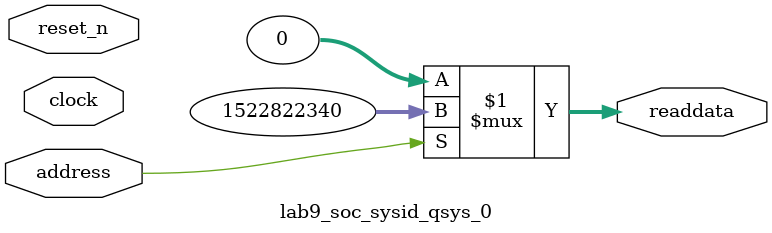
<source format=v>

`timescale 1ns / 1ps
// synthesis translate_on

// turn off superfluous verilog processor warnings 
// altera message_level Level1 
// altera message_off 10034 10035 10036 10037 10230 10240 10030 

module lab9_soc_sysid_qsys_0 (
               // inputs:
                address,
                clock,
                reset_n,

               // outputs:
                readdata
             )
;

  output  [ 31: 0] readdata;
  input            address;
  input            clock;
  input            reset_n;

  wire    [ 31: 0] readdata;
  //control_slave, which is an e_avalon_slave
  assign readdata = address ? 1522822340 : 0;

endmodule




</source>
